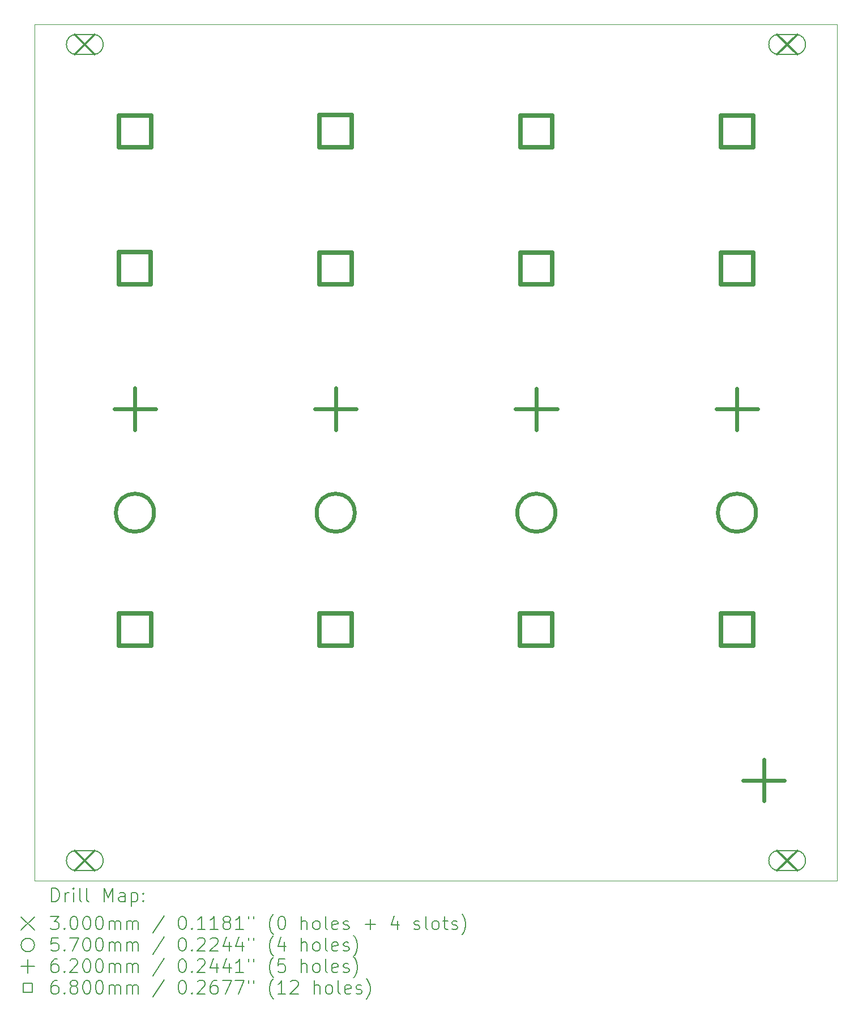
<source format=gbr>
%FSLAX45Y45*%
G04 Gerber Fmt 4.5, Leading zero omitted, Abs format (unit mm)*
G04 Created by KiCad (PCBNEW (6.0.6)) date 2022-10-26 12:01:01*
%MOMM*%
%LPD*%
G01*
G04 APERTURE LIST*
%TA.AperFunction,Profile*%
%ADD10C,0.050000*%
%TD*%
%ADD11C,0.200000*%
%ADD12C,0.300000*%
%ADD13C,0.570000*%
%ADD14C,0.620000*%
%ADD15C,0.680000*%
G04 APERTURE END LIST*
D10*
X6250000Y-3220000D02*
X6250000Y-16020000D01*
X6250000Y-3220000D02*
X18250000Y-3220000D01*
X18250000Y-3220000D02*
X18250000Y-16020000D01*
X18250000Y-16020000D02*
X6250000Y-16020000D01*
D11*
D12*
X6850000Y-3370000D02*
X7150000Y-3670000D01*
X7150000Y-3370000D02*
X6850000Y-3670000D01*
D11*
X6875000Y-3670000D02*
X7125000Y-3670000D01*
X6875000Y-3370000D02*
X7125000Y-3370000D01*
X7125000Y-3670000D02*
G75*
G03*
X7125000Y-3370000I0J150000D01*
G01*
X6875000Y-3370000D02*
G75*
G03*
X6875000Y-3670000I0J-150000D01*
G01*
D12*
X6850000Y-15570000D02*
X7150000Y-15870000D01*
X7150000Y-15570000D02*
X6850000Y-15870000D01*
D11*
X6875000Y-15870000D02*
X7125000Y-15870000D01*
X6875000Y-15570000D02*
X7125000Y-15570000D01*
X7125000Y-15870000D02*
G75*
G03*
X7125000Y-15570000I0J150000D01*
G01*
X6875000Y-15570000D02*
G75*
G03*
X6875000Y-15870000I0J-150000D01*
G01*
D12*
X17350000Y-3370000D02*
X17650000Y-3670000D01*
X17650000Y-3370000D02*
X17350000Y-3670000D01*
D11*
X17375000Y-3670000D02*
X17625000Y-3670000D01*
X17375000Y-3370000D02*
X17625000Y-3370000D01*
X17625000Y-3670000D02*
G75*
G03*
X17625000Y-3370000I0J150000D01*
G01*
X17375000Y-3370000D02*
G75*
G03*
X17375000Y-3670000I0J-150000D01*
G01*
D12*
X17350000Y-15570000D02*
X17650000Y-15870000D01*
X17650000Y-15570000D02*
X17350000Y-15870000D01*
D11*
X17375000Y-15870000D02*
X17625000Y-15870000D01*
X17375000Y-15570000D02*
X17625000Y-15570000D01*
X17625000Y-15870000D02*
G75*
G03*
X17625000Y-15570000I0J150000D01*
G01*
X17375000Y-15570000D02*
G75*
G03*
X17375000Y-15870000I0J-150000D01*
G01*
D13*
X8035000Y-10520000D02*
G75*
G03*
X8035000Y-10520000I-285000J0D01*
G01*
X11035000Y-10520000D02*
G75*
G03*
X11035000Y-10520000I-285000J0D01*
G01*
X14035000Y-10520000D02*
G75*
G03*
X14035000Y-10520000I-285000J0D01*
G01*
X17035000Y-10520000D02*
G75*
G03*
X17035000Y-10520000I-285000J0D01*
G01*
D14*
X7749159Y-8658890D02*
X7749159Y-9278890D01*
X7439159Y-8968890D02*
X8059159Y-8968890D01*
X10748923Y-8659293D02*
X10748923Y-9279293D01*
X10438923Y-8969293D02*
X11058923Y-8969293D01*
X13750000Y-8660000D02*
X13750000Y-9280000D01*
X13440000Y-8970000D02*
X14060000Y-8970000D01*
X16750000Y-8660000D02*
X16750000Y-9280000D01*
X16440000Y-8970000D02*
X17060000Y-8970000D01*
X17150000Y-14209764D02*
X17150000Y-14829764D01*
X16840000Y-14519764D02*
X17460000Y-14519764D01*
D15*
X7988264Y-7107659D02*
X7988264Y-6626822D01*
X7507427Y-6626822D01*
X7507427Y-7107659D01*
X7988264Y-7107659D01*
X7988871Y-5060250D02*
X7988871Y-4579412D01*
X7508033Y-4579412D01*
X7508033Y-5060250D01*
X7988871Y-5060250D01*
X7990419Y-12510419D02*
X7990419Y-12029581D01*
X7509581Y-12029581D01*
X7509581Y-12510419D01*
X7990419Y-12510419D01*
X10989882Y-7110318D02*
X10989882Y-6629480D01*
X10509045Y-6629480D01*
X10509045Y-7110318D01*
X10989882Y-7110318D01*
X10989925Y-12510049D02*
X10989925Y-12029211D01*
X10509088Y-12029211D01*
X10509088Y-12510049D01*
X10989925Y-12510049D01*
X10990351Y-5059510D02*
X10990351Y-4578673D01*
X10509514Y-4578673D01*
X10509514Y-5059510D01*
X10990351Y-5059510D01*
X13989443Y-12510082D02*
X13989443Y-12029245D01*
X13508606Y-12029245D01*
X13508606Y-12510082D01*
X13989443Y-12510082D01*
X13989679Y-5060284D02*
X13989679Y-4579447D01*
X13508842Y-4579447D01*
X13508842Y-5060284D01*
X13989679Y-5060284D01*
X13990216Y-7110049D02*
X13990216Y-6629211D01*
X13509379Y-6629211D01*
X13509379Y-7110049D01*
X13990216Y-7110049D01*
X16988936Y-12510318D02*
X16988936Y-12029480D01*
X16508099Y-12029480D01*
X16508099Y-12510318D01*
X16988936Y-12510318D01*
X16989072Y-5060217D02*
X16989072Y-4579380D01*
X16508235Y-4579380D01*
X16508235Y-5060217D01*
X16989072Y-5060217D01*
X16990295Y-7110172D02*
X16990295Y-6629335D01*
X16509458Y-6629335D01*
X16509458Y-7110172D01*
X16990295Y-7110172D01*
D11*
X6505119Y-16332976D02*
X6505119Y-16132976D01*
X6552738Y-16132976D01*
X6581309Y-16142500D01*
X6600357Y-16161548D01*
X6609881Y-16180595D01*
X6619405Y-16218690D01*
X6619405Y-16247262D01*
X6609881Y-16285357D01*
X6600357Y-16304405D01*
X6581309Y-16323452D01*
X6552738Y-16332976D01*
X6505119Y-16332976D01*
X6705119Y-16332976D02*
X6705119Y-16199643D01*
X6705119Y-16237738D02*
X6714643Y-16218690D01*
X6724167Y-16209167D01*
X6743214Y-16199643D01*
X6762262Y-16199643D01*
X6828928Y-16332976D02*
X6828928Y-16199643D01*
X6828928Y-16132976D02*
X6819405Y-16142500D01*
X6828928Y-16152024D01*
X6838452Y-16142500D01*
X6828928Y-16132976D01*
X6828928Y-16152024D01*
X6952738Y-16332976D02*
X6933690Y-16323452D01*
X6924167Y-16304405D01*
X6924167Y-16132976D01*
X7057500Y-16332976D02*
X7038452Y-16323452D01*
X7028928Y-16304405D01*
X7028928Y-16132976D01*
X7286071Y-16332976D02*
X7286071Y-16132976D01*
X7352738Y-16275833D01*
X7419405Y-16132976D01*
X7419405Y-16332976D01*
X7600357Y-16332976D02*
X7600357Y-16228214D01*
X7590833Y-16209167D01*
X7571786Y-16199643D01*
X7533690Y-16199643D01*
X7514643Y-16209167D01*
X7600357Y-16323452D02*
X7581309Y-16332976D01*
X7533690Y-16332976D01*
X7514643Y-16323452D01*
X7505119Y-16304405D01*
X7505119Y-16285357D01*
X7514643Y-16266309D01*
X7533690Y-16256786D01*
X7581309Y-16256786D01*
X7600357Y-16247262D01*
X7695595Y-16199643D02*
X7695595Y-16399643D01*
X7695595Y-16209167D02*
X7714643Y-16199643D01*
X7752738Y-16199643D01*
X7771786Y-16209167D01*
X7781309Y-16218690D01*
X7790833Y-16237738D01*
X7790833Y-16294881D01*
X7781309Y-16313928D01*
X7771786Y-16323452D01*
X7752738Y-16332976D01*
X7714643Y-16332976D01*
X7695595Y-16323452D01*
X7876548Y-16313928D02*
X7886071Y-16323452D01*
X7876548Y-16332976D01*
X7867024Y-16323452D01*
X7876548Y-16313928D01*
X7876548Y-16332976D01*
X7876548Y-16209167D02*
X7886071Y-16218690D01*
X7876548Y-16228214D01*
X7867024Y-16218690D01*
X7876548Y-16209167D01*
X7876548Y-16228214D01*
X6047500Y-16562500D02*
X6247500Y-16762500D01*
X6247500Y-16562500D02*
X6047500Y-16762500D01*
X6486071Y-16552976D02*
X6609881Y-16552976D01*
X6543214Y-16629167D01*
X6571786Y-16629167D01*
X6590833Y-16638690D01*
X6600357Y-16648214D01*
X6609881Y-16667262D01*
X6609881Y-16714881D01*
X6600357Y-16733928D01*
X6590833Y-16743452D01*
X6571786Y-16752976D01*
X6514643Y-16752976D01*
X6495595Y-16743452D01*
X6486071Y-16733928D01*
X6695595Y-16733928D02*
X6705119Y-16743452D01*
X6695595Y-16752976D01*
X6686071Y-16743452D01*
X6695595Y-16733928D01*
X6695595Y-16752976D01*
X6828928Y-16552976D02*
X6847976Y-16552976D01*
X6867024Y-16562500D01*
X6876548Y-16572024D01*
X6886071Y-16591071D01*
X6895595Y-16629167D01*
X6895595Y-16676786D01*
X6886071Y-16714881D01*
X6876548Y-16733928D01*
X6867024Y-16743452D01*
X6847976Y-16752976D01*
X6828928Y-16752976D01*
X6809881Y-16743452D01*
X6800357Y-16733928D01*
X6790833Y-16714881D01*
X6781309Y-16676786D01*
X6781309Y-16629167D01*
X6790833Y-16591071D01*
X6800357Y-16572024D01*
X6809881Y-16562500D01*
X6828928Y-16552976D01*
X7019405Y-16552976D02*
X7038452Y-16552976D01*
X7057500Y-16562500D01*
X7067024Y-16572024D01*
X7076548Y-16591071D01*
X7086071Y-16629167D01*
X7086071Y-16676786D01*
X7076548Y-16714881D01*
X7067024Y-16733928D01*
X7057500Y-16743452D01*
X7038452Y-16752976D01*
X7019405Y-16752976D01*
X7000357Y-16743452D01*
X6990833Y-16733928D01*
X6981309Y-16714881D01*
X6971786Y-16676786D01*
X6971786Y-16629167D01*
X6981309Y-16591071D01*
X6990833Y-16572024D01*
X7000357Y-16562500D01*
X7019405Y-16552976D01*
X7209881Y-16552976D02*
X7228928Y-16552976D01*
X7247976Y-16562500D01*
X7257500Y-16572024D01*
X7267024Y-16591071D01*
X7276548Y-16629167D01*
X7276548Y-16676786D01*
X7267024Y-16714881D01*
X7257500Y-16733928D01*
X7247976Y-16743452D01*
X7228928Y-16752976D01*
X7209881Y-16752976D01*
X7190833Y-16743452D01*
X7181309Y-16733928D01*
X7171786Y-16714881D01*
X7162262Y-16676786D01*
X7162262Y-16629167D01*
X7171786Y-16591071D01*
X7181309Y-16572024D01*
X7190833Y-16562500D01*
X7209881Y-16552976D01*
X7362262Y-16752976D02*
X7362262Y-16619643D01*
X7362262Y-16638690D02*
X7371786Y-16629167D01*
X7390833Y-16619643D01*
X7419405Y-16619643D01*
X7438452Y-16629167D01*
X7447976Y-16648214D01*
X7447976Y-16752976D01*
X7447976Y-16648214D02*
X7457500Y-16629167D01*
X7476548Y-16619643D01*
X7505119Y-16619643D01*
X7524167Y-16629167D01*
X7533690Y-16648214D01*
X7533690Y-16752976D01*
X7628928Y-16752976D02*
X7628928Y-16619643D01*
X7628928Y-16638690D02*
X7638452Y-16629167D01*
X7657500Y-16619643D01*
X7686071Y-16619643D01*
X7705119Y-16629167D01*
X7714643Y-16648214D01*
X7714643Y-16752976D01*
X7714643Y-16648214D02*
X7724167Y-16629167D01*
X7743214Y-16619643D01*
X7771786Y-16619643D01*
X7790833Y-16629167D01*
X7800357Y-16648214D01*
X7800357Y-16752976D01*
X8190833Y-16543452D02*
X8019405Y-16800595D01*
X8447976Y-16552976D02*
X8467024Y-16552976D01*
X8486071Y-16562500D01*
X8495595Y-16572024D01*
X8505119Y-16591071D01*
X8514643Y-16629167D01*
X8514643Y-16676786D01*
X8505119Y-16714881D01*
X8495595Y-16733928D01*
X8486071Y-16743452D01*
X8467024Y-16752976D01*
X8447976Y-16752976D01*
X8428929Y-16743452D01*
X8419405Y-16733928D01*
X8409881Y-16714881D01*
X8400357Y-16676786D01*
X8400357Y-16629167D01*
X8409881Y-16591071D01*
X8419405Y-16572024D01*
X8428929Y-16562500D01*
X8447976Y-16552976D01*
X8600357Y-16733928D02*
X8609881Y-16743452D01*
X8600357Y-16752976D01*
X8590833Y-16743452D01*
X8600357Y-16733928D01*
X8600357Y-16752976D01*
X8800357Y-16752976D02*
X8686071Y-16752976D01*
X8743214Y-16752976D02*
X8743214Y-16552976D01*
X8724167Y-16581548D01*
X8705119Y-16600595D01*
X8686071Y-16610119D01*
X8990833Y-16752976D02*
X8876548Y-16752976D01*
X8933690Y-16752976D02*
X8933690Y-16552976D01*
X8914643Y-16581548D01*
X8895595Y-16600595D01*
X8876548Y-16610119D01*
X9105119Y-16638690D02*
X9086071Y-16629167D01*
X9076548Y-16619643D01*
X9067024Y-16600595D01*
X9067024Y-16591071D01*
X9076548Y-16572024D01*
X9086071Y-16562500D01*
X9105119Y-16552976D01*
X9143214Y-16552976D01*
X9162262Y-16562500D01*
X9171786Y-16572024D01*
X9181310Y-16591071D01*
X9181310Y-16600595D01*
X9171786Y-16619643D01*
X9162262Y-16629167D01*
X9143214Y-16638690D01*
X9105119Y-16638690D01*
X9086071Y-16648214D01*
X9076548Y-16657738D01*
X9067024Y-16676786D01*
X9067024Y-16714881D01*
X9076548Y-16733928D01*
X9086071Y-16743452D01*
X9105119Y-16752976D01*
X9143214Y-16752976D01*
X9162262Y-16743452D01*
X9171786Y-16733928D01*
X9181310Y-16714881D01*
X9181310Y-16676786D01*
X9171786Y-16657738D01*
X9162262Y-16648214D01*
X9143214Y-16638690D01*
X9371786Y-16752976D02*
X9257500Y-16752976D01*
X9314643Y-16752976D02*
X9314643Y-16552976D01*
X9295595Y-16581548D01*
X9276548Y-16600595D01*
X9257500Y-16610119D01*
X9447976Y-16552976D02*
X9447976Y-16591071D01*
X9524167Y-16552976D02*
X9524167Y-16591071D01*
X9819405Y-16829167D02*
X9809881Y-16819643D01*
X9790833Y-16791071D01*
X9781310Y-16772024D01*
X9771786Y-16743452D01*
X9762262Y-16695833D01*
X9762262Y-16657738D01*
X9771786Y-16610119D01*
X9781310Y-16581548D01*
X9790833Y-16562500D01*
X9809881Y-16533928D01*
X9819405Y-16524405D01*
X9933690Y-16552976D02*
X9952738Y-16552976D01*
X9971786Y-16562500D01*
X9981310Y-16572024D01*
X9990833Y-16591071D01*
X10000357Y-16629167D01*
X10000357Y-16676786D01*
X9990833Y-16714881D01*
X9981310Y-16733928D01*
X9971786Y-16743452D01*
X9952738Y-16752976D01*
X9933690Y-16752976D01*
X9914643Y-16743452D01*
X9905119Y-16733928D01*
X9895595Y-16714881D01*
X9886071Y-16676786D01*
X9886071Y-16629167D01*
X9895595Y-16591071D01*
X9905119Y-16572024D01*
X9914643Y-16562500D01*
X9933690Y-16552976D01*
X10238452Y-16752976D02*
X10238452Y-16552976D01*
X10324167Y-16752976D02*
X10324167Y-16648214D01*
X10314643Y-16629167D01*
X10295595Y-16619643D01*
X10267024Y-16619643D01*
X10247976Y-16629167D01*
X10238452Y-16638690D01*
X10447976Y-16752976D02*
X10428929Y-16743452D01*
X10419405Y-16733928D01*
X10409881Y-16714881D01*
X10409881Y-16657738D01*
X10419405Y-16638690D01*
X10428929Y-16629167D01*
X10447976Y-16619643D01*
X10476548Y-16619643D01*
X10495595Y-16629167D01*
X10505119Y-16638690D01*
X10514643Y-16657738D01*
X10514643Y-16714881D01*
X10505119Y-16733928D01*
X10495595Y-16743452D01*
X10476548Y-16752976D01*
X10447976Y-16752976D01*
X10628929Y-16752976D02*
X10609881Y-16743452D01*
X10600357Y-16724405D01*
X10600357Y-16552976D01*
X10781310Y-16743452D02*
X10762262Y-16752976D01*
X10724167Y-16752976D01*
X10705119Y-16743452D01*
X10695595Y-16724405D01*
X10695595Y-16648214D01*
X10705119Y-16629167D01*
X10724167Y-16619643D01*
X10762262Y-16619643D01*
X10781310Y-16629167D01*
X10790833Y-16648214D01*
X10790833Y-16667262D01*
X10695595Y-16686309D01*
X10867024Y-16743452D02*
X10886071Y-16752976D01*
X10924167Y-16752976D01*
X10943214Y-16743452D01*
X10952738Y-16724405D01*
X10952738Y-16714881D01*
X10943214Y-16695833D01*
X10924167Y-16686309D01*
X10895595Y-16686309D01*
X10876548Y-16676786D01*
X10867024Y-16657738D01*
X10867024Y-16648214D01*
X10876548Y-16629167D01*
X10895595Y-16619643D01*
X10924167Y-16619643D01*
X10943214Y-16629167D01*
X11190833Y-16676786D02*
X11343214Y-16676786D01*
X11267024Y-16752976D02*
X11267024Y-16600595D01*
X11676548Y-16619643D02*
X11676548Y-16752976D01*
X11628928Y-16543452D02*
X11581309Y-16686309D01*
X11705119Y-16686309D01*
X11924167Y-16743452D02*
X11943214Y-16752976D01*
X11981309Y-16752976D01*
X12000357Y-16743452D01*
X12009881Y-16724405D01*
X12009881Y-16714881D01*
X12000357Y-16695833D01*
X11981309Y-16686309D01*
X11952738Y-16686309D01*
X11933690Y-16676786D01*
X11924167Y-16657738D01*
X11924167Y-16648214D01*
X11933690Y-16629167D01*
X11952738Y-16619643D01*
X11981309Y-16619643D01*
X12000357Y-16629167D01*
X12124167Y-16752976D02*
X12105119Y-16743452D01*
X12095595Y-16724405D01*
X12095595Y-16552976D01*
X12228928Y-16752976D02*
X12209881Y-16743452D01*
X12200357Y-16733928D01*
X12190833Y-16714881D01*
X12190833Y-16657738D01*
X12200357Y-16638690D01*
X12209881Y-16629167D01*
X12228928Y-16619643D01*
X12257500Y-16619643D01*
X12276548Y-16629167D01*
X12286071Y-16638690D01*
X12295595Y-16657738D01*
X12295595Y-16714881D01*
X12286071Y-16733928D01*
X12276548Y-16743452D01*
X12257500Y-16752976D01*
X12228928Y-16752976D01*
X12352738Y-16619643D02*
X12428928Y-16619643D01*
X12381309Y-16552976D02*
X12381309Y-16724405D01*
X12390833Y-16743452D01*
X12409881Y-16752976D01*
X12428928Y-16752976D01*
X12486071Y-16743452D02*
X12505119Y-16752976D01*
X12543214Y-16752976D01*
X12562262Y-16743452D01*
X12571786Y-16724405D01*
X12571786Y-16714881D01*
X12562262Y-16695833D01*
X12543214Y-16686309D01*
X12514643Y-16686309D01*
X12495595Y-16676786D01*
X12486071Y-16657738D01*
X12486071Y-16648214D01*
X12495595Y-16629167D01*
X12514643Y-16619643D01*
X12543214Y-16619643D01*
X12562262Y-16629167D01*
X12638452Y-16829167D02*
X12647976Y-16819643D01*
X12667024Y-16791071D01*
X12676548Y-16772024D01*
X12686071Y-16743452D01*
X12695595Y-16695833D01*
X12695595Y-16657738D01*
X12686071Y-16610119D01*
X12676548Y-16581548D01*
X12667024Y-16562500D01*
X12647976Y-16533928D01*
X12638452Y-16524405D01*
X6247500Y-16982500D02*
G75*
G03*
X6247500Y-16982500I-100000J0D01*
G01*
X6600357Y-16872976D02*
X6505119Y-16872976D01*
X6495595Y-16968214D01*
X6505119Y-16958690D01*
X6524167Y-16949167D01*
X6571786Y-16949167D01*
X6590833Y-16958690D01*
X6600357Y-16968214D01*
X6609881Y-16987262D01*
X6609881Y-17034881D01*
X6600357Y-17053929D01*
X6590833Y-17063452D01*
X6571786Y-17072976D01*
X6524167Y-17072976D01*
X6505119Y-17063452D01*
X6495595Y-17053929D01*
X6695595Y-17053929D02*
X6705119Y-17063452D01*
X6695595Y-17072976D01*
X6686071Y-17063452D01*
X6695595Y-17053929D01*
X6695595Y-17072976D01*
X6771786Y-16872976D02*
X6905119Y-16872976D01*
X6819405Y-17072976D01*
X7019405Y-16872976D02*
X7038452Y-16872976D01*
X7057500Y-16882500D01*
X7067024Y-16892024D01*
X7076548Y-16911071D01*
X7086071Y-16949167D01*
X7086071Y-16996786D01*
X7076548Y-17034881D01*
X7067024Y-17053929D01*
X7057500Y-17063452D01*
X7038452Y-17072976D01*
X7019405Y-17072976D01*
X7000357Y-17063452D01*
X6990833Y-17053929D01*
X6981309Y-17034881D01*
X6971786Y-16996786D01*
X6971786Y-16949167D01*
X6981309Y-16911071D01*
X6990833Y-16892024D01*
X7000357Y-16882500D01*
X7019405Y-16872976D01*
X7209881Y-16872976D02*
X7228928Y-16872976D01*
X7247976Y-16882500D01*
X7257500Y-16892024D01*
X7267024Y-16911071D01*
X7276548Y-16949167D01*
X7276548Y-16996786D01*
X7267024Y-17034881D01*
X7257500Y-17053929D01*
X7247976Y-17063452D01*
X7228928Y-17072976D01*
X7209881Y-17072976D01*
X7190833Y-17063452D01*
X7181309Y-17053929D01*
X7171786Y-17034881D01*
X7162262Y-16996786D01*
X7162262Y-16949167D01*
X7171786Y-16911071D01*
X7181309Y-16892024D01*
X7190833Y-16882500D01*
X7209881Y-16872976D01*
X7362262Y-17072976D02*
X7362262Y-16939643D01*
X7362262Y-16958690D02*
X7371786Y-16949167D01*
X7390833Y-16939643D01*
X7419405Y-16939643D01*
X7438452Y-16949167D01*
X7447976Y-16968214D01*
X7447976Y-17072976D01*
X7447976Y-16968214D02*
X7457500Y-16949167D01*
X7476548Y-16939643D01*
X7505119Y-16939643D01*
X7524167Y-16949167D01*
X7533690Y-16968214D01*
X7533690Y-17072976D01*
X7628928Y-17072976D02*
X7628928Y-16939643D01*
X7628928Y-16958690D02*
X7638452Y-16949167D01*
X7657500Y-16939643D01*
X7686071Y-16939643D01*
X7705119Y-16949167D01*
X7714643Y-16968214D01*
X7714643Y-17072976D01*
X7714643Y-16968214D02*
X7724167Y-16949167D01*
X7743214Y-16939643D01*
X7771786Y-16939643D01*
X7790833Y-16949167D01*
X7800357Y-16968214D01*
X7800357Y-17072976D01*
X8190833Y-16863452D02*
X8019405Y-17120595D01*
X8447976Y-16872976D02*
X8467024Y-16872976D01*
X8486071Y-16882500D01*
X8495595Y-16892024D01*
X8505119Y-16911071D01*
X8514643Y-16949167D01*
X8514643Y-16996786D01*
X8505119Y-17034881D01*
X8495595Y-17053929D01*
X8486071Y-17063452D01*
X8467024Y-17072976D01*
X8447976Y-17072976D01*
X8428929Y-17063452D01*
X8419405Y-17053929D01*
X8409881Y-17034881D01*
X8400357Y-16996786D01*
X8400357Y-16949167D01*
X8409881Y-16911071D01*
X8419405Y-16892024D01*
X8428929Y-16882500D01*
X8447976Y-16872976D01*
X8600357Y-17053929D02*
X8609881Y-17063452D01*
X8600357Y-17072976D01*
X8590833Y-17063452D01*
X8600357Y-17053929D01*
X8600357Y-17072976D01*
X8686071Y-16892024D02*
X8695595Y-16882500D01*
X8714643Y-16872976D01*
X8762262Y-16872976D01*
X8781310Y-16882500D01*
X8790833Y-16892024D01*
X8800357Y-16911071D01*
X8800357Y-16930119D01*
X8790833Y-16958690D01*
X8676548Y-17072976D01*
X8800357Y-17072976D01*
X8876548Y-16892024D02*
X8886071Y-16882500D01*
X8905119Y-16872976D01*
X8952738Y-16872976D01*
X8971786Y-16882500D01*
X8981310Y-16892024D01*
X8990833Y-16911071D01*
X8990833Y-16930119D01*
X8981310Y-16958690D01*
X8867024Y-17072976D01*
X8990833Y-17072976D01*
X9162262Y-16939643D02*
X9162262Y-17072976D01*
X9114643Y-16863452D02*
X9067024Y-17006310D01*
X9190833Y-17006310D01*
X9352738Y-16939643D02*
X9352738Y-17072976D01*
X9305119Y-16863452D02*
X9257500Y-17006310D01*
X9381310Y-17006310D01*
X9447976Y-16872976D02*
X9447976Y-16911071D01*
X9524167Y-16872976D02*
X9524167Y-16911071D01*
X9819405Y-17149167D02*
X9809881Y-17139643D01*
X9790833Y-17111071D01*
X9781310Y-17092024D01*
X9771786Y-17063452D01*
X9762262Y-17015833D01*
X9762262Y-16977738D01*
X9771786Y-16930119D01*
X9781310Y-16901548D01*
X9790833Y-16882500D01*
X9809881Y-16853929D01*
X9819405Y-16844405D01*
X9981310Y-16939643D02*
X9981310Y-17072976D01*
X9933690Y-16863452D02*
X9886071Y-17006310D01*
X10009881Y-17006310D01*
X10238452Y-17072976D02*
X10238452Y-16872976D01*
X10324167Y-17072976D02*
X10324167Y-16968214D01*
X10314643Y-16949167D01*
X10295595Y-16939643D01*
X10267024Y-16939643D01*
X10247976Y-16949167D01*
X10238452Y-16958690D01*
X10447976Y-17072976D02*
X10428929Y-17063452D01*
X10419405Y-17053929D01*
X10409881Y-17034881D01*
X10409881Y-16977738D01*
X10419405Y-16958690D01*
X10428929Y-16949167D01*
X10447976Y-16939643D01*
X10476548Y-16939643D01*
X10495595Y-16949167D01*
X10505119Y-16958690D01*
X10514643Y-16977738D01*
X10514643Y-17034881D01*
X10505119Y-17053929D01*
X10495595Y-17063452D01*
X10476548Y-17072976D01*
X10447976Y-17072976D01*
X10628929Y-17072976D02*
X10609881Y-17063452D01*
X10600357Y-17044405D01*
X10600357Y-16872976D01*
X10781310Y-17063452D02*
X10762262Y-17072976D01*
X10724167Y-17072976D01*
X10705119Y-17063452D01*
X10695595Y-17044405D01*
X10695595Y-16968214D01*
X10705119Y-16949167D01*
X10724167Y-16939643D01*
X10762262Y-16939643D01*
X10781310Y-16949167D01*
X10790833Y-16968214D01*
X10790833Y-16987262D01*
X10695595Y-17006310D01*
X10867024Y-17063452D02*
X10886071Y-17072976D01*
X10924167Y-17072976D01*
X10943214Y-17063452D01*
X10952738Y-17044405D01*
X10952738Y-17034881D01*
X10943214Y-17015833D01*
X10924167Y-17006310D01*
X10895595Y-17006310D01*
X10876548Y-16996786D01*
X10867024Y-16977738D01*
X10867024Y-16968214D01*
X10876548Y-16949167D01*
X10895595Y-16939643D01*
X10924167Y-16939643D01*
X10943214Y-16949167D01*
X11019405Y-17149167D02*
X11028929Y-17139643D01*
X11047976Y-17111071D01*
X11057500Y-17092024D01*
X11067024Y-17063452D01*
X11076548Y-17015833D01*
X11076548Y-16977738D01*
X11067024Y-16930119D01*
X11057500Y-16901548D01*
X11047976Y-16882500D01*
X11028929Y-16853929D01*
X11019405Y-16844405D01*
X6147500Y-17202500D02*
X6147500Y-17402500D01*
X6047500Y-17302500D02*
X6247500Y-17302500D01*
X6590833Y-17192976D02*
X6552738Y-17192976D01*
X6533690Y-17202500D01*
X6524167Y-17212024D01*
X6505119Y-17240595D01*
X6495595Y-17278690D01*
X6495595Y-17354881D01*
X6505119Y-17373929D01*
X6514643Y-17383452D01*
X6533690Y-17392976D01*
X6571786Y-17392976D01*
X6590833Y-17383452D01*
X6600357Y-17373929D01*
X6609881Y-17354881D01*
X6609881Y-17307262D01*
X6600357Y-17288214D01*
X6590833Y-17278690D01*
X6571786Y-17269167D01*
X6533690Y-17269167D01*
X6514643Y-17278690D01*
X6505119Y-17288214D01*
X6495595Y-17307262D01*
X6695595Y-17373929D02*
X6705119Y-17383452D01*
X6695595Y-17392976D01*
X6686071Y-17383452D01*
X6695595Y-17373929D01*
X6695595Y-17392976D01*
X6781309Y-17212024D02*
X6790833Y-17202500D01*
X6809881Y-17192976D01*
X6857500Y-17192976D01*
X6876548Y-17202500D01*
X6886071Y-17212024D01*
X6895595Y-17231071D01*
X6895595Y-17250119D01*
X6886071Y-17278690D01*
X6771786Y-17392976D01*
X6895595Y-17392976D01*
X7019405Y-17192976D02*
X7038452Y-17192976D01*
X7057500Y-17202500D01*
X7067024Y-17212024D01*
X7076548Y-17231071D01*
X7086071Y-17269167D01*
X7086071Y-17316786D01*
X7076548Y-17354881D01*
X7067024Y-17373929D01*
X7057500Y-17383452D01*
X7038452Y-17392976D01*
X7019405Y-17392976D01*
X7000357Y-17383452D01*
X6990833Y-17373929D01*
X6981309Y-17354881D01*
X6971786Y-17316786D01*
X6971786Y-17269167D01*
X6981309Y-17231071D01*
X6990833Y-17212024D01*
X7000357Y-17202500D01*
X7019405Y-17192976D01*
X7209881Y-17192976D02*
X7228928Y-17192976D01*
X7247976Y-17202500D01*
X7257500Y-17212024D01*
X7267024Y-17231071D01*
X7276548Y-17269167D01*
X7276548Y-17316786D01*
X7267024Y-17354881D01*
X7257500Y-17373929D01*
X7247976Y-17383452D01*
X7228928Y-17392976D01*
X7209881Y-17392976D01*
X7190833Y-17383452D01*
X7181309Y-17373929D01*
X7171786Y-17354881D01*
X7162262Y-17316786D01*
X7162262Y-17269167D01*
X7171786Y-17231071D01*
X7181309Y-17212024D01*
X7190833Y-17202500D01*
X7209881Y-17192976D01*
X7362262Y-17392976D02*
X7362262Y-17259643D01*
X7362262Y-17278690D02*
X7371786Y-17269167D01*
X7390833Y-17259643D01*
X7419405Y-17259643D01*
X7438452Y-17269167D01*
X7447976Y-17288214D01*
X7447976Y-17392976D01*
X7447976Y-17288214D02*
X7457500Y-17269167D01*
X7476548Y-17259643D01*
X7505119Y-17259643D01*
X7524167Y-17269167D01*
X7533690Y-17288214D01*
X7533690Y-17392976D01*
X7628928Y-17392976D02*
X7628928Y-17259643D01*
X7628928Y-17278690D02*
X7638452Y-17269167D01*
X7657500Y-17259643D01*
X7686071Y-17259643D01*
X7705119Y-17269167D01*
X7714643Y-17288214D01*
X7714643Y-17392976D01*
X7714643Y-17288214D02*
X7724167Y-17269167D01*
X7743214Y-17259643D01*
X7771786Y-17259643D01*
X7790833Y-17269167D01*
X7800357Y-17288214D01*
X7800357Y-17392976D01*
X8190833Y-17183452D02*
X8019405Y-17440595D01*
X8447976Y-17192976D02*
X8467024Y-17192976D01*
X8486071Y-17202500D01*
X8495595Y-17212024D01*
X8505119Y-17231071D01*
X8514643Y-17269167D01*
X8514643Y-17316786D01*
X8505119Y-17354881D01*
X8495595Y-17373929D01*
X8486071Y-17383452D01*
X8467024Y-17392976D01*
X8447976Y-17392976D01*
X8428929Y-17383452D01*
X8419405Y-17373929D01*
X8409881Y-17354881D01*
X8400357Y-17316786D01*
X8400357Y-17269167D01*
X8409881Y-17231071D01*
X8419405Y-17212024D01*
X8428929Y-17202500D01*
X8447976Y-17192976D01*
X8600357Y-17373929D02*
X8609881Y-17383452D01*
X8600357Y-17392976D01*
X8590833Y-17383452D01*
X8600357Y-17373929D01*
X8600357Y-17392976D01*
X8686071Y-17212024D02*
X8695595Y-17202500D01*
X8714643Y-17192976D01*
X8762262Y-17192976D01*
X8781310Y-17202500D01*
X8790833Y-17212024D01*
X8800357Y-17231071D01*
X8800357Y-17250119D01*
X8790833Y-17278690D01*
X8676548Y-17392976D01*
X8800357Y-17392976D01*
X8971786Y-17259643D02*
X8971786Y-17392976D01*
X8924167Y-17183452D02*
X8876548Y-17326310D01*
X9000357Y-17326310D01*
X9162262Y-17259643D02*
X9162262Y-17392976D01*
X9114643Y-17183452D02*
X9067024Y-17326310D01*
X9190833Y-17326310D01*
X9371786Y-17392976D02*
X9257500Y-17392976D01*
X9314643Y-17392976D02*
X9314643Y-17192976D01*
X9295595Y-17221548D01*
X9276548Y-17240595D01*
X9257500Y-17250119D01*
X9447976Y-17192976D02*
X9447976Y-17231071D01*
X9524167Y-17192976D02*
X9524167Y-17231071D01*
X9819405Y-17469167D02*
X9809881Y-17459643D01*
X9790833Y-17431071D01*
X9781310Y-17412024D01*
X9771786Y-17383452D01*
X9762262Y-17335833D01*
X9762262Y-17297738D01*
X9771786Y-17250119D01*
X9781310Y-17221548D01*
X9790833Y-17202500D01*
X9809881Y-17173929D01*
X9819405Y-17164405D01*
X9990833Y-17192976D02*
X9895595Y-17192976D01*
X9886071Y-17288214D01*
X9895595Y-17278690D01*
X9914643Y-17269167D01*
X9962262Y-17269167D01*
X9981310Y-17278690D01*
X9990833Y-17288214D01*
X10000357Y-17307262D01*
X10000357Y-17354881D01*
X9990833Y-17373929D01*
X9981310Y-17383452D01*
X9962262Y-17392976D01*
X9914643Y-17392976D01*
X9895595Y-17383452D01*
X9886071Y-17373929D01*
X10238452Y-17392976D02*
X10238452Y-17192976D01*
X10324167Y-17392976D02*
X10324167Y-17288214D01*
X10314643Y-17269167D01*
X10295595Y-17259643D01*
X10267024Y-17259643D01*
X10247976Y-17269167D01*
X10238452Y-17278690D01*
X10447976Y-17392976D02*
X10428929Y-17383452D01*
X10419405Y-17373929D01*
X10409881Y-17354881D01*
X10409881Y-17297738D01*
X10419405Y-17278690D01*
X10428929Y-17269167D01*
X10447976Y-17259643D01*
X10476548Y-17259643D01*
X10495595Y-17269167D01*
X10505119Y-17278690D01*
X10514643Y-17297738D01*
X10514643Y-17354881D01*
X10505119Y-17373929D01*
X10495595Y-17383452D01*
X10476548Y-17392976D01*
X10447976Y-17392976D01*
X10628929Y-17392976D02*
X10609881Y-17383452D01*
X10600357Y-17364405D01*
X10600357Y-17192976D01*
X10781310Y-17383452D02*
X10762262Y-17392976D01*
X10724167Y-17392976D01*
X10705119Y-17383452D01*
X10695595Y-17364405D01*
X10695595Y-17288214D01*
X10705119Y-17269167D01*
X10724167Y-17259643D01*
X10762262Y-17259643D01*
X10781310Y-17269167D01*
X10790833Y-17288214D01*
X10790833Y-17307262D01*
X10695595Y-17326310D01*
X10867024Y-17383452D02*
X10886071Y-17392976D01*
X10924167Y-17392976D01*
X10943214Y-17383452D01*
X10952738Y-17364405D01*
X10952738Y-17354881D01*
X10943214Y-17335833D01*
X10924167Y-17326310D01*
X10895595Y-17326310D01*
X10876548Y-17316786D01*
X10867024Y-17297738D01*
X10867024Y-17288214D01*
X10876548Y-17269167D01*
X10895595Y-17259643D01*
X10924167Y-17259643D01*
X10943214Y-17269167D01*
X11019405Y-17469167D02*
X11028929Y-17459643D01*
X11047976Y-17431071D01*
X11057500Y-17412024D01*
X11067024Y-17383452D01*
X11076548Y-17335833D01*
X11076548Y-17297738D01*
X11067024Y-17250119D01*
X11057500Y-17221548D01*
X11047976Y-17202500D01*
X11028929Y-17173929D01*
X11019405Y-17164405D01*
X6218211Y-17693211D02*
X6218211Y-17551789D01*
X6076789Y-17551789D01*
X6076789Y-17693211D01*
X6218211Y-17693211D01*
X6590833Y-17512976D02*
X6552738Y-17512976D01*
X6533690Y-17522500D01*
X6524167Y-17532024D01*
X6505119Y-17560595D01*
X6495595Y-17598690D01*
X6495595Y-17674881D01*
X6505119Y-17693929D01*
X6514643Y-17703452D01*
X6533690Y-17712976D01*
X6571786Y-17712976D01*
X6590833Y-17703452D01*
X6600357Y-17693929D01*
X6609881Y-17674881D01*
X6609881Y-17627262D01*
X6600357Y-17608214D01*
X6590833Y-17598690D01*
X6571786Y-17589167D01*
X6533690Y-17589167D01*
X6514643Y-17598690D01*
X6505119Y-17608214D01*
X6495595Y-17627262D01*
X6695595Y-17693929D02*
X6705119Y-17703452D01*
X6695595Y-17712976D01*
X6686071Y-17703452D01*
X6695595Y-17693929D01*
X6695595Y-17712976D01*
X6819405Y-17598690D02*
X6800357Y-17589167D01*
X6790833Y-17579643D01*
X6781309Y-17560595D01*
X6781309Y-17551071D01*
X6790833Y-17532024D01*
X6800357Y-17522500D01*
X6819405Y-17512976D01*
X6857500Y-17512976D01*
X6876548Y-17522500D01*
X6886071Y-17532024D01*
X6895595Y-17551071D01*
X6895595Y-17560595D01*
X6886071Y-17579643D01*
X6876548Y-17589167D01*
X6857500Y-17598690D01*
X6819405Y-17598690D01*
X6800357Y-17608214D01*
X6790833Y-17617738D01*
X6781309Y-17636786D01*
X6781309Y-17674881D01*
X6790833Y-17693929D01*
X6800357Y-17703452D01*
X6819405Y-17712976D01*
X6857500Y-17712976D01*
X6876548Y-17703452D01*
X6886071Y-17693929D01*
X6895595Y-17674881D01*
X6895595Y-17636786D01*
X6886071Y-17617738D01*
X6876548Y-17608214D01*
X6857500Y-17598690D01*
X7019405Y-17512976D02*
X7038452Y-17512976D01*
X7057500Y-17522500D01*
X7067024Y-17532024D01*
X7076548Y-17551071D01*
X7086071Y-17589167D01*
X7086071Y-17636786D01*
X7076548Y-17674881D01*
X7067024Y-17693929D01*
X7057500Y-17703452D01*
X7038452Y-17712976D01*
X7019405Y-17712976D01*
X7000357Y-17703452D01*
X6990833Y-17693929D01*
X6981309Y-17674881D01*
X6971786Y-17636786D01*
X6971786Y-17589167D01*
X6981309Y-17551071D01*
X6990833Y-17532024D01*
X7000357Y-17522500D01*
X7019405Y-17512976D01*
X7209881Y-17512976D02*
X7228928Y-17512976D01*
X7247976Y-17522500D01*
X7257500Y-17532024D01*
X7267024Y-17551071D01*
X7276548Y-17589167D01*
X7276548Y-17636786D01*
X7267024Y-17674881D01*
X7257500Y-17693929D01*
X7247976Y-17703452D01*
X7228928Y-17712976D01*
X7209881Y-17712976D01*
X7190833Y-17703452D01*
X7181309Y-17693929D01*
X7171786Y-17674881D01*
X7162262Y-17636786D01*
X7162262Y-17589167D01*
X7171786Y-17551071D01*
X7181309Y-17532024D01*
X7190833Y-17522500D01*
X7209881Y-17512976D01*
X7362262Y-17712976D02*
X7362262Y-17579643D01*
X7362262Y-17598690D02*
X7371786Y-17589167D01*
X7390833Y-17579643D01*
X7419405Y-17579643D01*
X7438452Y-17589167D01*
X7447976Y-17608214D01*
X7447976Y-17712976D01*
X7447976Y-17608214D02*
X7457500Y-17589167D01*
X7476548Y-17579643D01*
X7505119Y-17579643D01*
X7524167Y-17589167D01*
X7533690Y-17608214D01*
X7533690Y-17712976D01*
X7628928Y-17712976D02*
X7628928Y-17579643D01*
X7628928Y-17598690D02*
X7638452Y-17589167D01*
X7657500Y-17579643D01*
X7686071Y-17579643D01*
X7705119Y-17589167D01*
X7714643Y-17608214D01*
X7714643Y-17712976D01*
X7714643Y-17608214D02*
X7724167Y-17589167D01*
X7743214Y-17579643D01*
X7771786Y-17579643D01*
X7790833Y-17589167D01*
X7800357Y-17608214D01*
X7800357Y-17712976D01*
X8190833Y-17503452D02*
X8019405Y-17760595D01*
X8447976Y-17512976D02*
X8467024Y-17512976D01*
X8486071Y-17522500D01*
X8495595Y-17532024D01*
X8505119Y-17551071D01*
X8514643Y-17589167D01*
X8514643Y-17636786D01*
X8505119Y-17674881D01*
X8495595Y-17693929D01*
X8486071Y-17703452D01*
X8467024Y-17712976D01*
X8447976Y-17712976D01*
X8428929Y-17703452D01*
X8419405Y-17693929D01*
X8409881Y-17674881D01*
X8400357Y-17636786D01*
X8400357Y-17589167D01*
X8409881Y-17551071D01*
X8419405Y-17532024D01*
X8428929Y-17522500D01*
X8447976Y-17512976D01*
X8600357Y-17693929D02*
X8609881Y-17703452D01*
X8600357Y-17712976D01*
X8590833Y-17703452D01*
X8600357Y-17693929D01*
X8600357Y-17712976D01*
X8686071Y-17532024D02*
X8695595Y-17522500D01*
X8714643Y-17512976D01*
X8762262Y-17512976D01*
X8781310Y-17522500D01*
X8790833Y-17532024D01*
X8800357Y-17551071D01*
X8800357Y-17570119D01*
X8790833Y-17598690D01*
X8676548Y-17712976D01*
X8800357Y-17712976D01*
X8971786Y-17512976D02*
X8933690Y-17512976D01*
X8914643Y-17522500D01*
X8905119Y-17532024D01*
X8886071Y-17560595D01*
X8876548Y-17598690D01*
X8876548Y-17674881D01*
X8886071Y-17693929D01*
X8895595Y-17703452D01*
X8914643Y-17712976D01*
X8952738Y-17712976D01*
X8971786Y-17703452D01*
X8981310Y-17693929D01*
X8990833Y-17674881D01*
X8990833Y-17627262D01*
X8981310Y-17608214D01*
X8971786Y-17598690D01*
X8952738Y-17589167D01*
X8914643Y-17589167D01*
X8895595Y-17598690D01*
X8886071Y-17608214D01*
X8876548Y-17627262D01*
X9057500Y-17512976D02*
X9190833Y-17512976D01*
X9105119Y-17712976D01*
X9247976Y-17512976D02*
X9381310Y-17512976D01*
X9295595Y-17712976D01*
X9447976Y-17512976D02*
X9447976Y-17551071D01*
X9524167Y-17512976D02*
X9524167Y-17551071D01*
X9819405Y-17789167D02*
X9809881Y-17779643D01*
X9790833Y-17751071D01*
X9781310Y-17732024D01*
X9771786Y-17703452D01*
X9762262Y-17655833D01*
X9762262Y-17617738D01*
X9771786Y-17570119D01*
X9781310Y-17541548D01*
X9790833Y-17522500D01*
X9809881Y-17493929D01*
X9819405Y-17484405D01*
X10000357Y-17712976D02*
X9886071Y-17712976D01*
X9943214Y-17712976D02*
X9943214Y-17512976D01*
X9924167Y-17541548D01*
X9905119Y-17560595D01*
X9886071Y-17570119D01*
X10076548Y-17532024D02*
X10086071Y-17522500D01*
X10105119Y-17512976D01*
X10152738Y-17512976D01*
X10171786Y-17522500D01*
X10181310Y-17532024D01*
X10190833Y-17551071D01*
X10190833Y-17570119D01*
X10181310Y-17598690D01*
X10067024Y-17712976D01*
X10190833Y-17712976D01*
X10428929Y-17712976D02*
X10428929Y-17512976D01*
X10514643Y-17712976D02*
X10514643Y-17608214D01*
X10505119Y-17589167D01*
X10486071Y-17579643D01*
X10457500Y-17579643D01*
X10438452Y-17589167D01*
X10428929Y-17598690D01*
X10638452Y-17712976D02*
X10619405Y-17703452D01*
X10609881Y-17693929D01*
X10600357Y-17674881D01*
X10600357Y-17617738D01*
X10609881Y-17598690D01*
X10619405Y-17589167D01*
X10638452Y-17579643D01*
X10667024Y-17579643D01*
X10686071Y-17589167D01*
X10695595Y-17598690D01*
X10705119Y-17617738D01*
X10705119Y-17674881D01*
X10695595Y-17693929D01*
X10686071Y-17703452D01*
X10667024Y-17712976D01*
X10638452Y-17712976D01*
X10819405Y-17712976D02*
X10800357Y-17703452D01*
X10790833Y-17684405D01*
X10790833Y-17512976D01*
X10971786Y-17703452D02*
X10952738Y-17712976D01*
X10914643Y-17712976D01*
X10895595Y-17703452D01*
X10886071Y-17684405D01*
X10886071Y-17608214D01*
X10895595Y-17589167D01*
X10914643Y-17579643D01*
X10952738Y-17579643D01*
X10971786Y-17589167D01*
X10981310Y-17608214D01*
X10981310Y-17627262D01*
X10886071Y-17646310D01*
X11057500Y-17703452D02*
X11076548Y-17712976D01*
X11114643Y-17712976D01*
X11133690Y-17703452D01*
X11143214Y-17684405D01*
X11143214Y-17674881D01*
X11133690Y-17655833D01*
X11114643Y-17646310D01*
X11086071Y-17646310D01*
X11067024Y-17636786D01*
X11057500Y-17617738D01*
X11057500Y-17608214D01*
X11067024Y-17589167D01*
X11086071Y-17579643D01*
X11114643Y-17579643D01*
X11133690Y-17589167D01*
X11209881Y-17789167D02*
X11219405Y-17779643D01*
X11238452Y-17751071D01*
X11247976Y-17732024D01*
X11257500Y-17703452D01*
X11267024Y-17655833D01*
X11267024Y-17617738D01*
X11257500Y-17570119D01*
X11247976Y-17541548D01*
X11238452Y-17522500D01*
X11219405Y-17493929D01*
X11209881Y-17484405D01*
M02*

</source>
